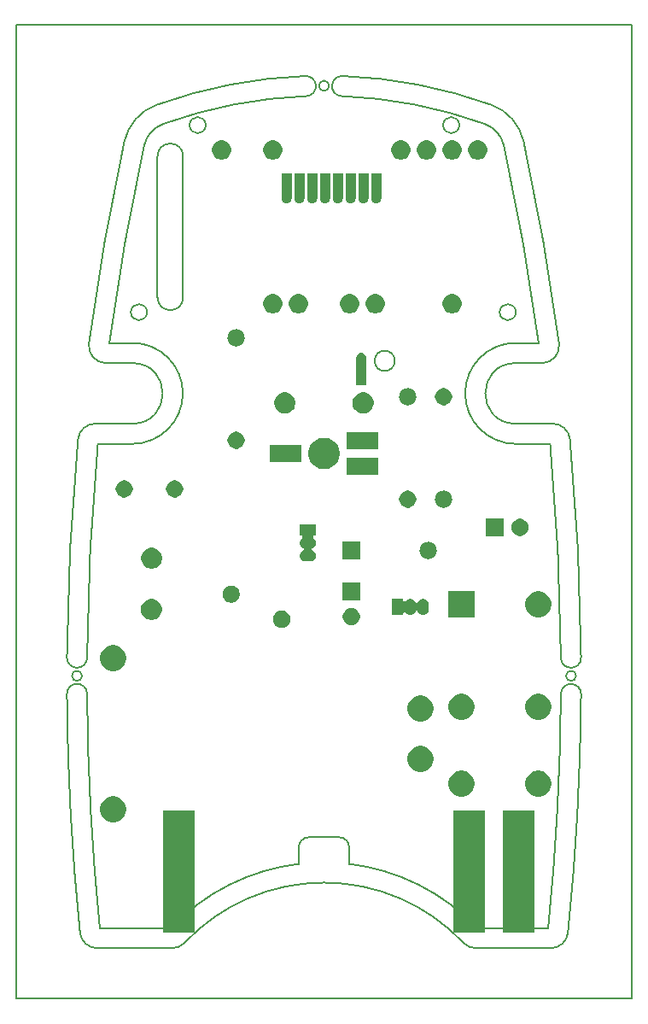
<source format=gbr>
%TF.GenerationSoftware,KiCad,Pcbnew,(5.0.1)-4*%
%TF.CreationDate,2019-03-28T09:30:10+01:00*%
%TF.ProjectId,Funk-Schaltsteckdose,46756E6B2D536368616C74737465636B,rev?*%
%TF.SameCoordinates,Original*%
%TF.FileFunction,Soldermask,Bot*%
%TF.FilePolarity,Negative*%
%FSLAX46Y46*%
G04 Gerber Fmt 4.6, Leading zero omitted, Abs format (unit mm)*
G04 Created by KiCad (PCBNEW (5.0.1)-4) date 28.03.2019 09:30:10*
%MOMM*%
%LPD*%
G01*
G04 APERTURE LIST*
%ADD10C,0.150000*%
%ADD11C,0.200000*%
G04 APERTURE END LIST*
D10*
X113419000Y-73407000D02*
G75*
G03X113419000Y-73407000I-800000J0D01*
G01*
X88273000Y-73407000D02*
G75*
G03X88273000Y-73407000I-800000J0D01*
G01*
X82447000Y-91949000D02*
G75*
G03X82447000Y-91949000I-800000J0D01*
G01*
X119023000Y-91949000D02*
G75*
G03X119023000Y-91949000I-800000J0D01*
G01*
X107015000Y-96775000D02*
G75*
G03X107015000Y-96775000I-1000000J0D01*
G01*
D11*
X82150901Y-75467983D02*
G75*
G02X84065149Y-73283707I2931366J-638041D01*
G01*
X81000000Y-95000000D02*
G75*
G02X81000000Y-105000000I0J-5000000D01*
G01*
X80196658Y-75042623D02*
G75*
G02X83387070Y-71402163I4885609J-1063401D01*
G01*
X115068543Y-155000001D02*
G75*
G02X113820194Y-154461510I0J1716230D01*
G01*
X122685153Y-103000000D02*
G75*
G02X124393757Y-104554632I0J-1716229D01*
G01*
X74506558Y-129807258D02*
G75*
G02X76506506Y-129792742I999974J7258D01*
G01*
X101762500Y-70533059D02*
G75*
G02X115934851Y-73283707I-1762500J-46966941D01*
G01*
X101837500Y-68534465D02*
G75*
G02X116612930Y-71402163I-1837500J-48965535D01*
G01*
X76506506Y-126207258D02*
G75*
G02X77573182Y-105000000I246993494J-1792742D01*
G01*
X78390001Y-97000000D02*
X81000000Y-97000000D01*
X125493442Y-126192742D02*
G75*
G02X123493494Y-126207258I-999974J-7258D01*
G01*
X76506505Y-126207258D02*
G75*
G02X74506559Y-126192742I-999973J7258D01*
G01*
X75606243Y-104554632D02*
G75*
G02X77314847Y-103000000I1708604J-161597D01*
G01*
X83387070Y-71402163D02*
G75*
G02X98162500Y-68534465I16612930J-46097837D01*
G01*
X97500000Y-145000000D02*
G75*
G02X98500000Y-144000000I1000000J0D01*
G01*
X123493494Y-129792742D02*
G75*
G02X122231561Y-153000000I-246993494J1792742D01*
G01*
X75804972Y-153459248D02*
G75*
G02X74506559Y-129807258I247695028J25459248D01*
G01*
X81000000Y-95000000D02*
X78714380Y-95000000D01*
X122426818Y-105000000D02*
G75*
G02X123493494Y-126207258I-245926818J-23000000D01*
G01*
X119803342Y-75042623D02*
G75*
G02X123311142Y-95056710I-243303342J-52957377D01*
G01*
X98162500Y-68534465D02*
G75*
G02X98237500Y-70533059I37500J-999297D01*
G01*
X81000000Y-97000000D02*
G75*
G02X81000000Y-103000000I0J-3000000D01*
G01*
X76688858Y-95056710D02*
G75*
G02X80196658Y-75042623I246811142J-32943290D01*
G01*
X125493442Y-129807258D02*
G75*
G02X124195028Y-153459249I-248993442J1807258D01*
G01*
X101762500Y-70533059D02*
G75*
G02X101837500Y-68534465I37500J999297D01*
G01*
X77512207Y-155000001D02*
G75*
G02X75804972Y-153459249I0J1716230D01*
G01*
X102500000Y-146649341D02*
G75*
G02X115190458Y-153000000I-2500000J-20850659D01*
G01*
X124195027Y-153459249D02*
G75*
G02X122487793Y-155000000I-1707234J175478D01*
G01*
X116612930Y-71402163D02*
G75*
G02X119803342Y-75042623I-1695197J-4703861D01*
G01*
X86179806Y-154461510D02*
G75*
G02X113820194Y-154461510I13820194J-13038490D01*
G01*
X119000000Y-103000000D02*
G75*
G02X119000000Y-97000000I0J3000000D01*
G01*
X124393757Y-104554632D02*
G75*
G02X125493441Y-126192742I-247893757J-23445368D01*
G01*
X123311141Y-95056710D02*
G75*
G02X121609999Y-97000000I-1701142J-227061D01*
G01*
X115934851Y-73283707D02*
G75*
G02X117849098Y-75467983I-1017118J-2822317D01*
G01*
X74506559Y-126192742D02*
G75*
G02X75606243Y-104554632I248993441J-1807258D01*
G01*
X123493495Y-129792742D02*
G75*
G02X125493441Y-129807258I999973J-7258D01*
G01*
X78390001Y-97000001D02*
G75*
G02X76688858Y-95056710I0J1716230D01*
G01*
X81000000Y-103000000D02*
X77314847Y-103000000D01*
X78714380Y-95000000D02*
G75*
G02X82150902Y-75467983I244785620J-33000000D01*
G01*
X101500000Y-144000000D02*
G75*
G02X102500000Y-145000000I0J-1000000D01*
G01*
X84809542Y-153000000D02*
G75*
G02X97500000Y-146649341I15190458J-14500000D01*
G01*
X86179805Y-154461510D02*
G75*
G02X84931457Y-155000000I-1248348J1177739D01*
G01*
X84065149Y-73283707D02*
G75*
G02X98237500Y-70533059I15934851J-44216293D01*
G01*
X119000000Y-105000000D02*
G75*
G02X119000000Y-95000000I0J5000000D01*
G01*
X77573182Y-105000000D02*
X81000000Y-105000000D01*
X117849098Y-75467983D02*
G75*
G02X121285620Y-95000000I-241349098J-52532017D01*
G01*
X77768439Y-153000000D02*
G75*
G02X76506506Y-129792742I245731561J25000000D01*
G01*
X97500000Y-145000000D02*
X97500000Y-146649341D01*
X101500000Y-144000000D02*
X98500000Y-144000000D01*
X102500000Y-146649341D02*
X102500000Y-145000000D01*
X119000000Y-97000000D02*
X121609999Y-97000000D01*
X69500000Y-63500000D02*
X69500000Y-160000000D01*
X69500000Y-160000000D02*
X130500000Y-160000000D01*
X76000000Y-128000000D02*
G75*
G03X76000000Y-128000000I-500000J0D01*
G01*
X77512207Y-155000000D02*
X84931457Y-155000000D01*
X119000000Y-105000000D02*
X122426818Y-105000000D01*
X122231561Y-153000000D02*
X115190458Y-153000000D01*
X115068543Y-155000000D02*
X122487793Y-155000000D01*
X84809542Y-153000000D02*
X77768439Y-153000000D01*
X130500000Y-160000000D02*
X130500000Y-63500000D01*
X121285620Y-95000000D02*
X119000000Y-95000000D01*
X122685153Y-103000000D02*
X119000000Y-103000000D01*
X130500000Y-63500000D02*
X69500000Y-63500000D01*
X125000000Y-128000000D02*
G75*
G03X125000000Y-128000000I-500000J0D01*
G01*
X100500000Y-69500000D02*
G75*
G03X100500000Y-69500000I-500000J0D01*
G01*
D10*
X83490000Y-76505000D02*
G75*
G02X86030000Y-76505000I1270000J0D01*
G01*
X86030000Y-90475000D02*
G75*
G02X83490000Y-90475000I-1270000J0D01*
G01*
X86030000Y-90475000D02*
X86030000Y-76505000D01*
X83490000Y-76505000D02*
X83490000Y-90475000D01*
G36*
X87151000Y-153451000D02*
X84049000Y-153451000D01*
X84049000Y-141349000D01*
X87151000Y-141349000D01*
X87151000Y-153451000D01*
X87151000Y-153451000D01*
G37*
G36*
X115951000Y-153451000D02*
X112849000Y-153451000D01*
X112849000Y-141349000D01*
X115951000Y-141349000D01*
X115951000Y-153451000D01*
X115951000Y-153451000D01*
G37*
G36*
X120851000Y-153451000D02*
X117749000Y-153451000D01*
X117749000Y-141349000D01*
X120851000Y-141349000D01*
X120851000Y-153451000D01*
X120851000Y-153451000D01*
G37*
G36*
X79470485Y-139987996D02*
X79470487Y-139987997D01*
X79470488Y-139987997D01*
X79707255Y-140086069D01*
X79920342Y-140228449D01*
X80101551Y-140409658D01*
X80243931Y-140622745D01*
X80342004Y-140859515D01*
X80392000Y-141110861D01*
X80392000Y-141367139D01*
X80342004Y-141618485D01*
X80243931Y-141855255D01*
X80101551Y-142068342D01*
X79920342Y-142249551D01*
X79920339Y-142249553D01*
X79707255Y-142391931D01*
X79470488Y-142490003D01*
X79470487Y-142490003D01*
X79470485Y-142490004D01*
X79219139Y-142540000D01*
X78962861Y-142540000D01*
X78711515Y-142490004D01*
X78711513Y-142490003D01*
X78711512Y-142490003D01*
X78474745Y-142391931D01*
X78261661Y-142249553D01*
X78261658Y-142249551D01*
X78080449Y-142068342D01*
X77938069Y-141855255D01*
X77839996Y-141618485D01*
X77790000Y-141367139D01*
X77790000Y-141110861D01*
X77839996Y-140859515D01*
X77938069Y-140622745D01*
X78080449Y-140409658D01*
X78261658Y-140228449D01*
X78474745Y-140086069D01*
X78711512Y-139987997D01*
X78711513Y-139987997D01*
X78711515Y-139987996D01*
X78962861Y-139938000D01*
X79219139Y-139938000D01*
X79470485Y-139987996D01*
X79470485Y-139987996D01*
G37*
G36*
X121634485Y-137433996D02*
X121634487Y-137433997D01*
X121634488Y-137433997D01*
X121769701Y-137490004D01*
X121871255Y-137532069D01*
X122084342Y-137674449D01*
X122265551Y-137855658D01*
X122407931Y-138068745D01*
X122506004Y-138305515D01*
X122556000Y-138556861D01*
X122556000Y-138813139D01*
X122506004Y-139064485D01*
X122407931Y-139301255D01*
X122265551Y-139514342D01*
X122084342Y-139695551D01*
X122084339Y-139695553D01*
X121871255Y-139837931D01*
X121634488Y-139936003D01*
X121634487Y-139936003D01*
X121634485Y-139936004D01*
X121383139Y-139986000D01*
X121126861Y-139986000D01*
X120875515Y-139936004D01*
X120875513Y-139936003D01*
X120875512Y-139936003D01*
X120638745Y-139837931D01*
X120425661Y-139695553D01*
X120425658Y-139695551D01*
X120244449Y-139514342D01*
X120102069Y-139301255D01*
X120003996Y-139064485D01*
X119954000Y-138813139D01*
X119954000Y-138556861D01*
X120003996Y-138305515D01*
X120102069Y-138068745D01*
X120244449Y-137855658D01*
X120425658Y-137674449D01*
X120638745Y-137532069D01*
X120740299Y-137490004D01*
X120875512Y-137433997D01*
X120875513Y-137433997D01*
X120875515Y-137433996D01*
X121126861Y-137384000D01*
X121383139Y-137384000D01*
X121634485Y-137433996D01*
X121634485Y-137433996D01*
G37*
G36*
X114014485Y-137433996D02*
X114014487Y-137433997D01*
X114014488Y-137433997D01*
X114149701Y-137490004D01*
X114251255Y-137532069D01*
X114464342Y-137674449D01*
X114645551Y-137855658D01*
X114787931Y-138068745D01*
X114886004Y-138305515D01*
X114936000Y-138556861D01*
X114936000Y-138813139D01*
X114886004Y-139064485D01*
X114787931Y-139301255D01*
X114645551Y-139514342D01*
X114464342Y-139695551D01*
X114464339Y-139695553D01*
X114251255Y-139837931D01*
X114014488Y-139936003D01*
X114014487Y-139936003D01*
X114014485Y-139936004D01*
X113763139Y-139986000D01*
X113506861Y-139986000D01*
X113255515Y-139936004D01*
X113255513Y-139936003D01*
X113255512Y-139936003D01*
X113018745Y-139837931D01*
X112805661Y-139695553D01*
X112805658Y-139695551D01*
X112624449Y-139514342D01*
X112482069Y-139301255D01*
X112383996Y-139064485D01*
X112334000Y-138813139D01*
X112334000Y-138556861D01*
X112383996Y-138305515D01*
X112482069Y-138068745D01*
X112624449Y-137855658D01*
X112805658Y-137674449D01*
X113018745Y-137532069D01*
X113120299Y-137490004D01*
X113255512Y-137433997D01*
X113255513Y-137433997D01*
X113255515Y-137433996D01*
X113506861Y-137384000D01*
X113763139Y-137384000D01*
X114014485Y-137433996D01*
X114014485Y-137433996D01*
G37*
G36*
X109950485Y-134987996D02*
X109950487Y-134987997D01*
X109950488Y-134987997D01*
X110187255Y-135086069D01*
X110400342Y-135228449D01*
X110581551Y-135409658D01*
X110723931Y-135622745D01*
X110822004Y-135859515D01*
X110872000Y-136110861D01*
X110872000Y-136367139D01*
X110822004Y-136618485D01*
X110723931Y-136855255D01*
X110581551Y-137068342D01*
X110400342Y-137249551D01*
X110400339Y-137249553D01*
X110187255Y-137391931D01*
X109950488Y-137490003D01*
X109950487Y-137490003D01*
X109950485Y-137490004D01*
X109699139Y-137540000D01*
X109442861Y-137540000D01*
X109191515Y-137490004D01*
X109191513Y-137490003D01*
X109191512Y-137490003D01*
X108954745Y-137391931D01*
X108741661Y-137249553D01*
X108741658Y-137249551D01*
X108560449Y-137068342D01*
X108418069Y-136855255D01*
X108319996Y-136618485D01*
X108270000Y-136367139D01*
X108270000Y-136110861D01*
X108319996Y-135859515D01*
X108418069Y-135622745D01*
X108560449Y-135409658D01*
X108741658Y-135228449D01*
X108954745Y-135086069D01*
X109191512Y-134987997D01*
X109191513Y-134987997D01*
X109191515Y-134987996D01*
X109442861Y-134938000D01*
X109699139Y-134938000D01*
X109950485Y-134987996D01*
X109950485Y-134987996D01*
G37*
G36*
X109950485Y-129987996D02*
X109950487Y-129987997D01*
X109950488Y-129987997D01*
X110110917Y-130054449D01*
X110187255Y-130086069D01*
X110400342Y-130228449D01*
X110581551Y-130409658D01*
X110723931Y-130622745D01*
X110822004Y-130859515D01*
X110872000Y-131110861D01*
X110872000Y-131367139D01*
X110822004Y-131618485D01*
X110723931Y-131855255D01*
X110581551Y-132068342D01*
X110400342Y-132249551D01*
X110400339Y-132249553D01*
X110187255Y-132391931D01*
X109950488Y-132490003D01*
X109950487Y-132490003D01*
X109950485Y-132490004D01*
X109699139Y-132540000D01*
X109442861Y-132540000D01*
X109191515Y-132490004D01*
X109191513Y-132490003D01*
X109191512Y-132490003D01*
X108954745Y-132391931D01*
X108741661Y-132249553D01*
X108741658Y-132249551D01*
X108560449Y-132068342D01*
X108418069Y-131855255D01*
X108319996Y-131618485D01*
X108270000Y-131367139D01*
X108270000Y-131110861D01*
X108319996Y-130859515D01*
X108418069Y-130622745D01*
X108560449Y-130409658D01*
X108741658Y-130228449D01*
X108954745Y-130086069D01*
X109031083Y-130054449D01*
X109191512Y-129987997D01*
X109191513Y-129987997D01*
X109191515Y-129987996D01*
X109442861Y-129938000D01*
X109699139Y-129938000D01*
X109950485Y-129987996D01*
X109950485Y-129987996D01*
G37*
G36*
X114014485Y-129813996D02*
X114014487Y-129813997D01*
X114014488Y-129813997D01*
X114251255Y-129912069D01*
X114464342Y-130054449D01*
X114645551Y-130235658D01*
X114787931Y-130448745D01*
X114886004Y-130685515D01*
X114936000Y-130936861D01*
X114936000Y-131193139D01*
X114886004Y-131444485D01*
X114787931Y-131681255D01*
X114645551Y-131894342D01*
X114464342Y-132075551D01*
X114464339Y-132075553D01*
X114251255Y-132217931D01*
X114014488Y-132316003D01*
X114014487Y-132316003D01*
X114014485Y-132316004D01*
X113763139Y-132366000D01*
X113506861Y-132366000D01*
X113255515Y-132316004D01*
X113255513Y-132316003D01*
X113255512Y-132316003D01*
X113018745Y-132217931D01*
X112805661Y-132075553D01*
X112805658Y-132075551D01*
X112624449Y-131894342D01*
X112482069Y-131681255D01*
X112383996Y-131444485D01*
X112334000Y-131193139D01*
X112334000Y-130936861D01*
X112383996Y-130685515D01*
X112482069Y-130448745D01*
X112624449Y-130235658D01*
X112805658Y-130054449D01*
X113018745Y-129912069D01*
X113255512Y-129813997D01*
X113255513Y-129813997D01*
X113255515Y-129813996D01*
X113506861Y-129764000D01*
X113763139Y-129764000D01*
X114014485Y-129813996D01*
X114014485Y-129813996D01*
G37*
G36*
X121634485Y-129813996D02*
X121634487Y-129813997D01*
X121634488Y-129813997D01*
X121871255Y-129912069D01*
X122084342Y-130054449D01*
X122265551Y-130235658D01*
X122407931Y-130448745D01*
X122506004Y-130685515D01*
X122556000Y-130936861D01*
X122556000Y-131193139D01*
X122506004Y-131444485D01*
X122407931Y-131681255D01*
X122265551Y-131894342D01*
X122084342Y-132075551D01*
X122084339Y-132075553D01*
X121871255Y-132217931D01*
X121634488Y-132316003D01*
X121634487Y-132316003D01*
X121634485Y-132316004D01*
X121383139Y-132366000D01*
X121126861Y-132366000D01*
X120875515Y-132316004D01*
X120875513Y-132316003D01*
X120875512Y-132316003D01*
X120638745Y-132217931D01*
X120425661Y-132075553D01*
X120425658Y-132075551D01*
X120244449Y-131894342D01*
X120102069Y-131681255D01*
X120003996Y-131444485D01*
X119954000Y-131193139D01*
X119954000Y-130936861D01*
X120003996Y-130685515D01*
X120102069Y-130448745D01*
X120244449Y-130235658D01*
X120425658Y-130054449D01*
X120638745Y-129912069D01*
X120875512Y-129813997D01*
X120875513Y-129813997D01*
X120875515Y-129813996D01*
X121126861Y-129764000D01*
X121383139Y-129764000D01*
X121634485Y-129813996D01*
X121634485Y-129813996D01*
G37*
G36*
X79470485Y-124987996D02*
X79470487Y-124987997D01*
X79470488Y-124987997D01*
X79707255Y-125086069D01*
X79920342Y-125228449D01*
X80101551Y-125409658D01*
X80243931Y-125622745D01*
X80342004Y-125859515D01*
X80392000Y-126110861D01*
X80392000Y-126367139D01*
X80342004Y-126618485D01*
X80243931Y-126855255D01*
X80101551Y-127068342D01*
X79920342Y-127249551D01*
X79920339Y-127249553D01*
X79707255Y-127391931D01*
X79470488Y-127490003D01*
X79470487Y-127490003D01*
X79470485Y-127490004D01*
X79219139Y-127540000D01*
X78962861Y-127540000D01*
X78711515Y-127490004D01*
X78711513Y-127490003D01*
X78711512Y-127490003D01*
X78474745Y-127391931D01*
X78261661Y-127249553D01*
X78261658Y-127249551D01*
X78080449Y-127068342D01*
X77938069Y-126855255D01*
X77839996Y-126618485D01*
X77790000Y-126367139D01*
X77790000Y-126110861D01*
X77839996Y-125859515D01*
X77938069Y-125622745D01*
X78080449Y-125409658D01*
X78261658Y-125228449D01*
X78474745Y-125086069D01*
X78711512Y-124987997D01*
X78711513Y-124987997D01*
X78711515Y-124987996D01*
X78962861Y-124938000D01*
X79219139Y-124938000D01*
X79470485Y-124987996D01*
X79470485Y-124987996D01*
G37*
G36*
X96048228Y-121581703D02*
X96203100Y-121645853D01*
X96342481Y-121738985D01*
X96461015Y-121857519D01*
X96554147Y-121996900D01*
X96618297Y-122151772D01*
X96651000Y-122316184D01*
X96651000Y-122483816D01*
X96618297Y-122648228D01*
X96554147Y-122803100D01*
X96461015Y-122942481D01*
X96342481Y-123061015D01*
X96203100Y-123154147D01*
X96048228Y-123218297D01*
X95883816Y-123251000D01*
X95716184Y-123251000D01*
X95551772Y-123218297D01*
X95396900Y-123154147D01*
X95257519Y-123061015D01*
X95138985Y-122942481D01*
X95045853Y-122803100D01*
X94981703Y-122648228D01*
X94949000Y-122483816D01*
X94949000Y-122316184D01*
X94981703Y-122151772D01*
X95045853Y-121996900D01*
X95138985Y-121857519D01*
X95257519Y-121738985D01*
X95396900Y-121645853D01*
X95551772Y-121581703D01*
X95716184Y-121549000D01*
X95883816Y-121549000D01*
X96048228Y-121581703D01*
X96048228Y-121581703D01*
G37*
G36*
X102961228Y-121316703D02*
X103116100Y-121380853D01*
X103255481Y-121473985D01*
X103374015Y-121592519D01*
X103467147Y-121731900D01*
X103531297Y-121886772D01*
X103564000Y-122051184D01*
X103564000Y-122218816D01*
X103531297Y-122383228D01*
X103467147Y-122538100D01*
X103374015Y-122677481D01*
X103255481Y-122796015D01*
X103116100Y-122889147D01*
X102961228Y-122953297D01*
X102796816Y-122986000D01*
X102629184Y-122986000D01*
X102464772Y-122953297D01*
X102309900Y-122889147D01*
X102170519Y-122796015D01*
X102051985Y-122677481D01*
X101958853Y-122538100D01*
X101894703Y-122383228D01*
X101862000Y-122218816D01*
X101862000Y-122051184D01*
X101894703Y-121886772D01*
X101958853Y-121731900D01*
X102051985Y-121592519D01*
X102170519Y-121473985D01*
X102309900Y-121380853D01*
X102464772Y-121316703D01*
X102629184Y-121284000D01*
X102796816Y-121284000D01*
X102961228Y-121316703D01*
X102961228Y-121316703D01*
G37*
G36*
X83197565Y-120402389D02*
X83388834Y-120481615D01*
X83560976Y-120596637D01*
X83707363Y-120743024D01*
X83822385Y-120915166D01*
X83901611Y-121106435D01*
X83942000Y-121309484D01*
X83942000Y-121516516D01*
X83901611Y-121719565D01*
X83822385Y-121910834D01*
X83707363Y-122082976D01*
X83560976Y-122229363D01*
X83388834Y-122344385D01*
X83197565Y-122423611D01*
X82994516Y-122464000D01*
X82787484Y-122464000D01*
X82584435Y-122423611D01*
X82393166Y-122344385D01*
X82221024Y-122229363D01*
X82074637Y-122082976D01*
X81959615Y-121910834D01*
X81880389Y-121719565D01*
X81840000Y-121516516D01*
X81840000Y-121309484D01*
X81880389Y-121106435D01*
X81959615Y-120915166D01*
X82074637Y-120743024D01*
X82221024Y-120596637D01*
X82393166Y-120481615D01*
X82584435Y-120402389D01*
X82787484Y-120362000D01*
X82994516Y-120362000D01*
X83197565Y-120402389D01*
X83197565Y-120402389D01*
G37*
G36*
X114936000Y-122206000D02*
X112334000Y-122206000D01*
X112334000Y-119604000D01*
X114936000Y-119604000D01*
X114936000Y-122206000D01*
X114936000Y-122206000D01*
G37*
G36*
X121634485Y-119653996D02*
X121634487Y-119653997D01*
X121634488Y-119653997D01*
X121871255Y-119752069D01*
X122084342Y-119894449D01*
X122265551Y-120075658D01*
X122265553Y-120075661D01*
X122407931Y-120288745D01*
X122505682Y-120524736D01*
X122506004Y-120525515D01*
X122546989Y-120731560D01*
X122556000Y-120776863D01*
X122556000Y-121033137D01*
X122506003Y-121284488D01*
X122453063Y-121412297D01*
X122407931Y-121521255D01*
X122265551Y-121734342D01*
X122084342Y-121915551D01*
X122084339Y-121915553D01*
X121871255Y-122057931D01*
X121634488Y-122156003D01*
X121634487Y-122156003D01*
X121634485Y-122156004D01*
X121383139Y-122206000D01*
X121126861Y-122206000D01*
X120875515Y-122156004D01*
X120875513Y-122156003D01*
X120875512Y-122156003D01*
X120638745Y-122057931D01*
X120425661Y-121915553D01*
X120425658Y-121915551D01*
X120244449Y-121734342D01*
X120102069Y-121521255D01*
X120056937Y-121412297D01*
X120003997Y-121284488D01*
X119954000Y-121033137D01*
X119954000Y-120776863D01*
X119963011Y-120731560D01*
X120003996Y-120525515D01*
X120004319Y-120524736D01*
X120102069Y-120288745D01*
X120244447Y-120075661D01*
X120244449Y-120075658D01*
X120425658Y-119894449D01*
X120638745Y-119752069D01*
X120875512Y-119653997D01*
X120875513Y-119653997D01*
X120875515Y-119653996D01*
X121126861Y-119604000D01*
X121383139Y-119604000D01*
X121634485Y-119653996D01*
X121634485Y-119653996D01*
G37*
G36*
X109937915Y-120366334D02*
X110046491Y-120399271D01*
X110146556Y-120452756D01*
X110234264Y-120524736D01*
X110306244Y-120612443D01*
X110359729Y-120712508D01*
X110392666Y-120821084D01*
X110401000Y-120905702D01*
X110401000Y-121412297D01*
X110392666Y-121496916D01*
X110359729Y-121605492D01*
X110306244Y-121705557D01*
X110234264Y-121793264D01*
X110146557Y-121865244D01*
X110046492Y-121918729D01*
X109937916Y-121951666D01*
X109825000Y-121962787D01*
X109712085Y-121951666D01*
X109603509Y-121918729D01*
X109503444Y-121865244D01*
X109415737Y-121793264D01*
X109343757Y-121705557D01*
X109300240Y-121624143D01*
X109286627Y-121603768D01*
X109269299Y-121586441D01*
X109248925Y-121572827D01*
X109226286Y-121563450D01*
X109202253Y-121558669D01*
X109177748Y-121558669D01*
X109153715Y-121563449D01*
X109131076Y-121572827D01*
X109110701Y-121586440D01*
X109093374Y-121603768D01*
X109079760Y-121624143D01*
X109036244Y-121705557D01*
X108964264Y-121793264D01*
X108876557Y-121865244D01*
X108776492Y-121918729D01*
X108667916Y-121951666D01*
X108555000Y-121962787D01*
X108442085Y-121951666D01*
X108333509Y-121918729D01*
X108233444Y-121865244D01*
X108145737Y-121793264D01*
X108082626Y-121716364D01*
X108065299Y-121699036D01*
X108044924Y-121685423D01*
X108022285Y-121676045D01*
X107998252Y-121671265D01*
X107973748Y-121671265D01*
X107949714Y-121676046D01*
X107927075Y-121685423D01*
X107906701Y-121699037D01*
X107889373Y-121716364D01*
X107875760Y-121736739D01*
X107866382Y-121759378D01*
X107861000Y-121795663D01*
X107861000Y-121960000D01*
X106709000Y-121960000D01*
X106709000Y-120358000D01*
X107861000Y-120358000D01*
X107861000Y-120522337D01*
X107863402Y-120546723D01*
X107870515Y-120570172D01*
X107882066Y-120591783D01*
X107897612Y-120610725D01*
X107916554Y-120626271D01*
X107938165Y-120637822D01*
X107961614Y-120644935D01*
X107986000Y-120647337D01*
X108010386Y-120644935D01*
X108033835Y-120637822D01*
X108055446Y-120626271D01*
X108082626Y-120601636D01*
X108145736Y-120524736D01*
X108233443Y-120452756D01*
X108333508Y-120399271D01*
X108442084Y-120366334D01*
X108555000Y-120355213D01*
X108667915Y-120366334D01*
X108776491Y-120399271D01*
X108876556Y-120452756D01*
X108964264Y-120524736D01*
X109036244Y-120612443D01*
X109079767Y-120693869D01*
X109093373Y-120714232D01*
X109110700Y-120731560D01*
X109131075Y-120745174D01*
X109153713Y-120754551D01*
X109177747Y-120759332D01*
X109202251Y-120759332D01*
X109226285Y-120754552D01*
X109248924Y-120745175D01*
X109269298Y-120731561D01*
X109286626Y-120714234D01*
X109300240Y-120693858D01*
X109343756Y-120612444D01*
X109352626Y-120601636D01*
X109415736Y-120524736D01*
X109503443Y-120452756D01*
X109603508Y-120399271D01*
X109712084Y-120366334D01*
X109825000Y-120355213D01*
X109937915Y-120366334D01*
X109937915Y-120366334D01*
G37*
G36*
X91048228Y-119081703D02*
X91203100Y-119145853D01*
X91342481Y-119238985D01*
X91461015Y-119357519D01*
X91554147Y-119496900D01*
X91618297Y-119651772D01*
X91651000Y-119816184D01*
X91651000Y-119983816D01*
X91618297Y-120148228D01*
X91554147Y-120303100D01*
X91461015Y-120442481D01*
X91342481Y-120561015D01*
X91203100Y-120654147D01*
X91048228Y-120718297D01*
X90883816Y-120751000D01*
X90716184Y-120751000D01*
X90551772Y-120718297D01*
X90396900Y-120654147D01*
X90257519Y-120561015D01*
X90138985Y-120442481D01*
X90045853Y-120303100D01*
X89981703Y-120148228D01*
X89949000Y-119983816D01*
X89949000Y-119816184D01*
X89981703Y-119651772D01*
X90045853Y-119496900D01*
X90138985Y-119357519D01*
X90257519Y-119238985D01*
X90396900Y-119145853D01*
X90551772Y-119081703D01*
X90716184Y-119049000D01*
X90883816Y-119049000D01*
X91048228Y-119081703D01*
X91048228Y-119081703D01*
G37*
G36*
X103564000Y-120486000D02*
X101862000Y-120486000D01*
X101862000Y-118784000D01*
X103564000Y-118784000D01*
X103564000Y-120486000D01*
X103564000Y-120486000D01*
G37*
G36*
X83207565Y-115322389D02*
X83398834Y-115401615D01*
X83570976Y-115516637D01*
X83717363Y-115663024D01*
X83832385Y-115835166D01*
X83911611Y-116026435D01*
X83952000Y-116229484D01*
X83952000Y-116436516D01*
X83911611Y-116639565D01*
X83832385Y-116830834D01*
X83717363Y-117002976D01*
X83570976Y-117149363D01*
X83398834Y-117264385D01*
X83207565Y-117343611D01*
X83004516Y-117384000D01*
X82797484Y-117384000D01*
X82594435Y-117343611D01*
X82403166Y-117264385D01*
X82231024Y-117149363D01*
X82084637Y-117002976D01*
X81969615Y-116830834D01*
X81890389Y-116639565D01*
X81850000Y-116436516D01*
X81850000Y-116229484D01*
X81890389Y-116026435D01*
X81969615Y-115835166D01*
X82084637Y-115663024D01*
X82231024Y-115516637D01*
X82403166Y-115401615D01*
X82594435Y-115322389D01*
X82797484Y-115282000D01*
X83004516Y-115282000D01*
X83207565Y-115322389D01*
X83207565Y-115322389D01*
G37*
G36*
X99196000Y-114115000D02*
X99031664Y-114115000D01*
X99007278Y-114117402D01*
X98983829Y-114124515D01*
X98962218Y-114136066D01*
X98943276Y-114151612D01*
X98927730Y-114170554D01*
X98916179Y-114192165D01*
X98909066Y-114215614D01*
X98906664Y-114240000D01*
X98909066Y-114264386D01*
X98916179Y-114287835D01*
X98927730Y-114309446D01*
X98952365Y-114336626D01*
X99029264Y-114399736D01*
X99101244Y-114487443D01*
X99154729Y-114587508D01*
X99187666Y-114696084D01*
X99198787Y-114809000D01*
X99187666Y-114921916D01*
X99154729Y-115030492D01*
X99154726Y-115030497D01*
X99101244Y-115130557D01*
X99029264Y-115218264D01*
X98941557Y-115290244D01*
X98860143Y-115333760D01*
X98839768Y-115347373D01*
X98822441Y-115364701D01*
X98808827Y-115385075D01*
X98799450Y-115407714D01*
X98794669Y-115431747D01*
X98794669Y-115456252D01*
X98799449Y-115480285D01*
X98808827Y-115502924D01*
X98822440Y-115523299D01*
X98839768Y-115540626D01*
X98860143Y-115554240D01*
X98941557Y-115597756D01*
X99029264Y-115669736D01*
X99101244Y-115757443D01*
X99154729Y-115857508D01*
X99187666Y-115966084D01*
X99198787Y-116079000D01*
X99187666Y-116191916D01*
X99154729Y-116300492D01*
X99101244Y-116400557D01*
X99029264Y-116488264D01*
X98941557Y-116560244D01*
X98841492Y-116613729D01*
X98732916Y-116646666D01*
X98648298Y-116655000D01*
X98141702Y-116655000D01*
X98057084Y-116646666D01*
X97948508Y-116613729D01*
X97848443Y-116560244D01*
X97760736Y-116488264D01*
X97688756Y-116400557D01*
X97635271Y-116300492D01*
X97602334Y-116191916D01*
X97591213Y-116079000D01*
X97602334Y-115966084D01*
X97635271Y-115857508D01*
X97688756Y-115757443D01*
X97760736Y-115669736D01*
X97848443Y-115597756D01*
X97929857Y-115554240D01*
X97950232Y-115540627D01*
X97967559Y-115523299D01*
X97981173Y-115502925D01*
X97990550Y-115480286D01*
X97995331Y-115456253D01*
X97995331Y-115431748D01*
X97990551Y-115407715D01*
X97981173Y-115385076D01*
X97967560Y-115364701D01*
X97950232Y-115347374D01*
X97929857Y-115333760D01*
X97848443Y-115290244D01*
X97760736Y-115218264D01*
X97688756Y-115130557D01*
X97635274Y-115030497D01*
X97635271Y-115030492D01*
X97602334Y-114921916D01*
X97591213Y-114809000D01*
X97602334Y-114696084D01*
X97635271Y-114587508D01*
X97688756Y-114487443D01*
X97760736Y-114399736D01*
X97837635Y-114336626D01*
X97854962Y-114319299D01*
X97868576Y-114298924D01*
X97877954Y-114276285D01*
X97882734Y-114252252D01*
X97882734Y-114227748D01*
X97877953Y-114203714D01*
X97868576Y-114181075D01*
X97854962Y-114160701D01*
X97837635Y-114143374D01*
X97817260Y-114129760D01*
X97794621Y-114120382D01*
X97758336Y-114115000D01*
X97594000Y-114115000D01*
X97594000Y-112963000D01*
X99196000Y-112963000D01*
X99196000Y-114115000D01*
X99196000Y-114115000D01*
G37*
G36*
X110499821Y-114732313D02*
X110499824Y-114732314D01*
X110499825Y-114732314D01*
X110660239Y-114780975D01*
X110660241Y-114780976D01*
X110660244Y-114780977D01*
X110808078Y-114859995D01*
X110937659Y-114966341D01*
X111044005Y-115095922D01*
X111123023Y-115243756D01*
X111123024Y-115243759D01*
X111123025Y-115243761D01*
X111163341Y-115376666D01*
X111171687Y-115404179D01*
X111188117Y-115571000D01*
X111171687Y-115737821D01*
X111171686Y-115737824D01*
X111171686Y-115737825D01*
X111135381Y-115857508D01*
X111123023Y-115898244D01*
X111044005Y-116046078D01*
X110937659Y-116175659D01*
X110808078Y-116282005D01*
X110660244Y-116361023D01*
X110660241Y-116361024D01*
X110660239Y-116361025D01*
X110499825Y-116409686D01*
X110499824Y-116409686D01*
X110499821Y-116409687D01*
X110374804Y-116422000D01*
X110291196Y-116422000D01*
X110166179Y-116409687D01*
X110166176Y-116409686D01*
X110166175Y-116409686D01*
X110005761Y-116361025D01*
X110005759Y-116361024D01*
X110005756Y-116361023D01*
X109857922Y-116282005D01*
X109728341Y-116175659D01*
X109621995Y-116046078D01*
X109542977Y-115898244D01*
X109530620Y-115857508D01*
X109494314Y-115737825D01*
X109494314Y-115737824D01*
X109494313Y-115737821D01*
X109477883Y-115571000D01*
X109494313Y-115404179D01*
X109502659Y-115376666D01*
X109542975Y-115243761D01*
X109542976Y-115243759D01*
X109542977Y-115243756D01*
X109621995Y-115095922D01*
X109728341Y-114966341D01*
X109857922Y-114859995D01*
X110005756Y-114780977D01*
X110005759Y-114780976D01*
X110005761Y-114780975D01*
X110166175Y-114732314D01*
X110166176Y-114732314D01*
X110166179Y-114732313D01*
X110291196Y-114720000D01*
X110374804Y-114720000D01*
X110499821Y-114732313D01*
X110499821Y-114732313D01*
G37*
G36*
X103564000Y-116422000D02*
X101862000Y-116422000D01*
X101862000Y-114720000D01*
X103564000Y-114720000D01*
X103564000Y-116422000D01*
X103564000Y-116422000D01*
G37*
G36*
X119685228Y-112466703D02*
X119840100Y-112530853D01*
X119979481Y-112623985D01*
X120098015Y-112742519D01*
X120191147Y-112881900D01*
X120255297Y-113036772D01*
X120288000Y-113201184D01*
X120288000Y-113368816D01*
X120255297Y-113533228D01*
X120191147Y-113688100D01*
X120098015Y-113827481D01*
X119979481Y-113946015D01*
X119840100Y-114039147D01*
X119685228Y-114103297D01*
X119520816Y-114136000D01*
X119353184Y-114136000D01*
X119188772Y-114103297D01*
X119033900Y-114039147D01*
X118894519Y-113946015D01*
X118775985Y-113827481D01*
X118682853Y-113688100D01*
X118618703Y-113533228D01*
X118586000Y-113368816D01*
X118586000Y-113201184D01*
X118618703Y-113036772D01*
X118682853Y-112881900D01*
X118775985Y-112742519D01*
X118894519Y-112623985D01*
X119033900Y-112530853D01*
X119188772Y-112466703D01*
X119353184Y-112434000D01*
X119520816Y-112434000D01*
X119685228Y-112466703D01*
X119685228Y-112466703D01*
G37*
G36*
X117788000Y-114136000D02*
X116086000Y-114136000D01*
X116086000Y-112434000D01*
X117788000Y-112434000D01*
X117788000Y-114136000D01*
X117788000Y-114136000D01*
G37*
G36*
X112023821Y-109652313D02*
X112023824Y-109652314D01*
X112023825Y-109652314D01*
X112184239Y-109700975D01*
X112184241Y-109700976D01*
X112184244Y-109700977D01*
X112332078Y-109779995D01*
X112461659Y-109886341D01*
X112568005Y-110015922D01*
X112647023Y-110163756D01*
X112647024Y-110163759D01*
X112647025Y-110163761D01*
X112686319Y-110293296D01*
X112695687Y-110324179D01*
X112712117Y-110491000D01*
X112695687Y-110657821D01*
X112695686Y-110657824D01*
X112695686Y-110657825D01*
X112670993Y-110739228D01*
X112647023Y-110818244D01*
X112568005Y-110966078D01*
X112461659Y-111095659D01*
X112332078Y-111202005D01*
X112184244Y-111281023D01*
X112184241Y-111281024D01*
X112184239Y-111281025D01*
X112023825Y-111329686D01*
X112023824Y-111329686D01*
X112023821Y-111329687D01*
X111898804Y-111342000D01*
X111815196Y-111342000D01*
X111690179Y-111329687D01*
X111690176Y-111329686D01*
X111690175Y-111329686D01*
X111529761Y-111281025D01*
X111529759Y-111281024D01*
X111529756Y-111281023D01*
X111381922Y-111202005D01*
X111252341Y-111095659D01*
X111145995Y-110966078D01*
X111066977Y-110818244D01*
X111043008Y-110739228D01*
X111018314Y-110657825D01*
X111018314Y-110657824D01*
X111018313Y-110657821D01*
X111001883Y-110491000D01*
X111018313Y-110324179D01*
X111027681Y-110293296D01*
X111066975Y-110163761D01*
X111066976Y-110163759D01*
X111066977Y-110163756D01*
X111145995Y-110015922D01*
X111252341Y-109886341D01*
X111381922Y-109779995D01*
X111529756Y-109700977D01*
X111529759Y-109700976D01*
X111529761Y-109700975D01*
X111690175Y-109652314D01*
X111690176Y-109652314D01*
X111690179Y-109652313D01*
X111815196Y-109640000D01*
X111898804Y-109640000D01*
X112023821Y-109652313D01*
X112023821Y-109652313D01*
G37*
G36*
X108549228Y-109672703D02*
X108704100Y-109736853D01*
X108843481Y-109829985D01*
X108962015Y-109948519D01*
X109055147Y-110087900D01*
X109119297Y-110242772D01*
X109152000Y-110407184D01*
X109152000Y-110574816D01*
X109119297Y-110739228D01*
X109055147Y-110894100D01*
X108962015Y-111033481D01*
X108843481Y-111152015D01*
X108704100Y-111245147D01*
X108549228Y-111309297D01*
X108384816Y-111342000D01*
X108217184Y-111342000D01*
X108052772Y-111309297D01*
X107897900Y-111245147D01*
X107758519Y-111152015D01*
X107639985Y-111033481D01*
X107546853Y-110894100D01*
X107482703Y-110739228D01*
X107450000Y-110574816D01*
X107450000Y-110407184D01*
X107482703Y-110242772D01*
X107546853Y-110087900D01*
X107639985Y-109948519D01*
X107758519Y-109829985D01*
X107897900Y-109736853D01*
X108052772Y-109672703D01*
X108217184Y-109640000D01*
X108384816Y-109640000D01*
X108549228Y-109672703D01*
X108549228Y-109672703D01*
G37*
G36*
X85435228Y-108656703D02*
X85590100Y-108720853D01*
X85729481Y-108813985D01*
X85848015Y-108932519D01*
X85941147Y-109071900D01*
X86005297Y-109226772D01*
X86038000Y-109391184D01*
X86038000Y-109558816D01*
X86005297Y-109723228D01*
X85941147Y-109878100D01*
X85848015Y-110017481D01*
X85729481Y-110136015D01*
X85590100Y-110229147D01*
X85435228Y-110293297D01*
X85270816Y-110326000D01*
X85103184Y-110326000D01*
X84938772Y-110293297D01*
X84783900Y-110229147D01*
X84644519Y-110136015D01*
X84525985Y-110017481D01*
X84432853Y-109878100D01*
X84368703Y-109723228D01*
X84336000Y-109558816D01*
X84336000Y-109391184D01*
X84368703Y-109226772D01*
X84432853Y-109071900D01*
X84525985Y-108932519D01*
X84644519Y-108813985D01*
X84783900Y-108720853D01*
X84938772Y-108656703D01*
X85103184Y-108624000D01*
X85270816Y-108624000D01*
X85435228Y-108656703D01*
X85435228Y-108656703D01*
G37*
G36*
X80435228Y-108656703D02*
X80590100Y-108720853D01*
X80729481Y-108813985D01*
X80848015Y-108932519D01*
X80941147Y-109071900D01*
X81005297Y-109226772D01*
X81038000Y-109391184D01*
X81038000Y-109558816D01*
X81005297Y-109723228D01*
X80941147Y-109878100D01*
X80848015Y-110017481D01*
X80729481Y-110136015D01*
X80590100Y-110229147D01*
X80435228Y-110293297D01*
X80270816Y-110326000D01*
X80103184Y-110326000D01*
X79938772Y-110293297D01*
X79783900Y-110229147D01*
X79644519Y-110136015D01*
X79525985Y-110017481D01*
X79432853Y-109878100D01*
X79368703Y-109723228D01*
X79336000Y-109558816D01*
X79336000Y-109391184D01*
X79368703Y-109226772D01*
X79432853Y-109071900D01*
X79525985Y-108932519D01*
X79644519Y-108813985D01*
X79783900Y-108720853D01*
X79938772Y-108656703D01*
X80103184Y-108624000D01*
X80270816Y-108624000D01*
X80435228Y-108656703D01*
X80435228Y-108656703D01*
G37*
G36*
X105361000Y-108052000D02*
X102259000Y-108052000D01*
X102259000Y-106426000D01*
X105361000Y-106426000D01*
X105361000Y-108052000D01*
X105361000Y-108052000D01*
G37*
G36*
X100352527Y-104457736D02*
X100452410Y-104477604D01*
X100734674Y-104594521D01*
X100988705Y-104764259D01*
X101204741Y-104980295D01*
X101374479Y-105234326D01*
X101491396Y-105516590D01*
X101551000Y-105816240D01*
X101551000Y-106121760D01*
X101491396Y-106421410D01*
X101374479Y-106703674D01*
X101204741Y-106957705D01*
X100988705Y-107173741D01*
X100734674Y-107343479D01*
X100452410Y-107460396D01*
X100352527Y-107480264D01*
X100152762Y-107520000D01*
X99847238Y-107520000D01*
X99647473Y-107480264D01*
X99547590Y-107460396D01*
X99265326Y-107343479D01*
X99011295Y-107173741D01*
X98795259Y-106957705D01*
X98625521Y-106703674D01*
X98508604Y-106421410D01*
X98449000Y-106121760D01*
X98449000Y-105816240D01*
X98508604Y-105516590D01*
X98625521Y-105234326D01*
X98795259Y-104980295D01*
X99011295Y-104764259D01*
X99265326Y-104594521D01*
X99547590Y-104477604D01*
X99647473Y-104457736D01*
X99847238Y-104418000D01*
X100152762Y-104418000D01*
X100352527Y-104457736D01*
X100352527Y-104457736D01*
G37*
G36*
X97741000Y-106782000D02*
X94639000Y-106782000D01*
X94639000Y-105156000D01*
X97741000Y-105156000D01*
X97741000Y-106782000D01*
X97741000Y-106782000D01*
G37*
G36*
X105361000Y-105512000D02*
X102259000Y-105512000D01*
X102259000Y-103886000D01*
X105361000Y-103886000D01*
X105361000Y-105512000D01*
X105361000Y-105512000D01*
G37*
G36*
X91531228Y-103830703D02*
X91686100Y-103894853D01*
X91825481Y-103987985D01*
X91944015Y-104106519D01*
X92037147Y-104245900D01*
X92101297Y-104400772D01*
X92134000Y-104565184D01*
X92134000Y-104732816D01*
X92101297Y-104897228D01*
X92037147Y-105052100D01*
X91944015Y-105191481D01*
X91825481Y-105310015D01*
X91686100Y-105403147D01*
X91531228Y-105467297D01*
X91366816Y-105500000D01*
X91199184Y-105500000D01*
X91034772Y-105467297D01*
X90879900Y-105403147D01*
X90740519Y-105310015D01*
X90621985Y-105191481D01*
X90528853Y-105052100D01*
X90464703Y-104897228D01*
X90432000Y-104732816D01*
X90432000Y-104565184D01*
X90464703Y-104400772D01*
X90528853Y-104245900D01*
X90621985Y-104106519D01*
X90740519Y-103987985D01*
X90879900Y-103894853D01*
X91034772Y-103830703D01*
X91199184Y-103798000D01*
X91366816Y-103798000D01*
X91531228Y-103830703D01*
X91531228Y-103830703D01*
G37*
G36*
X104196045Y-99923170D02*
X104387314Y-100002396D01*
X104559456Y-100117418D01*
X104705843Y-100263805D01*
X104820865Y-100435947D01*
X104900091Y-100627216D01*
X104940480Y-100830265D01*
X104940480Y-101037297D01*
X104900091Y-101240346D01*
X104820865Y-101431615D01*
X104705843Y-101603757D01*
X104559456Y-101750144D01*
X104387314Y-101865166D01*
X104196045Y-101944392D01*
X103992996Y-101984781D01*
X103785964Y-101984781D01*
X103582915Y-101944392D01*
X103391646Y-101865166D01*
X103219504Y-101750144D01*
X103073117Y-101603757D01*
X102958095Y-101431615D01*
X102878869Y-101240346D01*
X102838480Y-101037297D01*
X102838480Y-100830265D01*
X102878869Y-100627216D01*
X102958095Y-100435947D01*
X103073117Y-100263805D01*
X103219504Y-100117418D01*
X103391646Y-100002396D01*
X103582915Y-99923170D01*
X103785964Y-99882781D01*
X103992996Y-99882781D01*
X104196045Y-99923170D01*
X104196045Y-99923170D01*
G37*
G36*
X96417085Y-99923170D02*
X96608354Y-100002396D01*
X96780496Y-100117418D01*
X96926883Y-100263805D01*
X97041905Y-100435947D01*
X97121131Y-100627216D01*
X97161520Y-100830265D01*
X97161520Y-101037297D01*
X97121131Y-101240346D01*
X97041905Y-101431615D01*
X96926883Y-101603757D01*
X96780496Y-101750144D01*
X96608354Y-101865166D01*
X96417085Y-101944392D01*
X96214036Y-101984781D01*
X96007004Y-101984781D01*
X95803955Y-101944392D01*
X95612686Y-101865166D01*
X95440544Y-101750144D01*
X95294157Y-101603757D01*
X95179135Y-101431615D01*
X95099909Y-101240346D01*
X95059520Y-101037297D01*
X95059520Y-100830265D01*
X95099909Y-100627216D01*
X95179135Y-100435947D01*
X95294157Y-100263805D01*
X95440544Y-100117418D01*
X95612686Y-100002396D01*
X95803955Y-99923170D01*
X96007004Y-99882781D01*
X96214036Y-99882781D01*
X96417085Y-99923170D01*
X96417085Y-99923170D01*
G37*
G36*
X108467821Y-99492313D02*
X108467824Y-99492314D01*
X108467825Y-99492314D01*
X108628239Y-99540975D01*
X108628241Y-99540976D01*
X108628244Y-99540977D01*
X108776078Y-99619995D01*
X108905659Y-99726341D01*
X109012005Y-99855922D01*
X109091023Y-100003756D01*
X109091024Y-100003759D01*
X109091025Y-100003761D01*
X109125502Y-100117416D01*
X109139687Y-100164179D01*
X109156117Y-100331000D01*
X109139687Y-100497821D01*
X109139686Y-100497824D01*
X109139686Y-100497825D01*
X109100436Y-100627216D01*
X109091023Y-100658244D01*
X109012005Y-100806078D01*
X108905659Y-100935659D01*
X108776078Y-101042005D01*
X108628244Y-101121023D01*
X108628241Y-101121024D01*
X108628239Y-101121025D01*
X108467825Y-101169686D01*
X108467824Y-101169686D01*
X108467821Y-101169687D01*
X108342804Y-101182000D01*
X108259196Y-101182000D01*
X108134179Y-101169687D01*
X108134176Y-101169686D01*
X108134175Y-101169686D01*
X107973761Y-101121025D01*
X107973759Y-101121024D01*
X107973756Y-101121023D01*
X107825922Y-101042005D01*
X107696341Y-100935659D01*
X107589995Y-100806078D01*
X107510977Y-100658244D01*
X107501565Y-100627216D01*
X107462314Y-100497825D01*
X107462314Y-100497824D01*
X107462313Y-100497821D01*
X107445883Y-100331000D01*
X107462313Y-100164179D01*
X107476498Y-100117416D01*
X107510975Y-100003761D01*
X107510976Y-100003759D01*
X107510977Y-100003756D01*
X107589995Y-99855922D01*
X107696341Y-99726341D01*
X107825922Y-99619995D01*
X107973756Y-99540977D01*
X107973759Y-99540976D01*
X107973761Y-99540975D01*
X108134175Y-99492314D01*
X108134176Y-99492314D01*
X108134179Y-99492313D01*
X108259196Y-99480000D01*
X108342804Y-99480000D01*
X108467821Y-99492313D01*
X108467821Y-99492313D01*
G37*
G36*
X112105228Y-99512703D02*
X112260100Y-99576853D01*
X112399481Y-99669985D01*
X112518015Y-99788519D01*
X112611147Y-99927900D01*
X112675297Y-100082772D01*
X112708000Y-100247184D01*
X112708000Y-100414816D01*
X112675297Y-100579228D01*
X112611147Y-100734100D01*
X112518015Y-100873481D01*
X112399481Y-100992015D01*
X112260100Y-101085147D01*
X112105228Y-101149297D01*
X111940816Y-101182000D01*
X111773184Y-101182000D01*
X111608772Y-101149297D01*
X111453900Y-101085147D01*
X111314519Y-100992015D01*
X111195985Y-100873481D01*
X111102853Y-100734100D01*
X111038703Y-100579228D01*
X111006000Y-100414816D01*
X111006000Y-100247184D01*
X111038703Y-100082772D01*
X111102853Y-99927900D01*
X111195985Y-99788519D01*
X111314519Y-99669985D01*
X111453900Y-99576853D01*
X111608772Y-99512703D01*
X111773184Y-99480000D01*
X111940816Y-99480000D01*
X112105228Y-99512703D01*
X112105228Y-99512703D01*
G37*
G36*
X103793212Y-95969249D02*
X103887651Y-95997897D01*
X103974687Y-96044418D01*
X104050975Y-96107025D01*
X104113582Y-96183313D01*
X104160103Y-96270348D01*
X104188751Y-96364787D01*
X104196000Y-96438388D01*
X104196000Y-99146000D01*
X103194000Y-99146000D01*
X103194000Y-96438389D01*
X103201249Y-96364788D01*
X103229897Y-96270349D01*
X103276418Y-96183313D01*
X103339025Y-96107025D01*
X103415313Y-96044418D01*
X103502348Y-95997897D01*
X103596787Y-95969249D01*
X103695000Y-95959576D01*
X103793212Y-95969249D01*
X103793212Y-95969249D01*
G37*
G36*
X91449821Y-93650313D02*
X91449824Y-93650314D01*
X91449825Y-93650314D01*
X91610239Y-93698975D01*
X91610241Y-93698976D01*
X91610244Y-93698977D01*
X91758078Y-93777995D01*
X91887659Y-93884341D01*
X91994005Y-94013922D01*
X92073023Y-94161756D01*
X92121687Y-94322179D01*
X92138117Y-94489000D01*
X92121687Y-94655821D01*
X92073023Y-94816244D01*
X91994005Y-94964078D01*
X91887659Y-95093659D01*
X91758078Y-95200005D01*
X91610244Y-95279023D01*
X91610241Y-95279024D01*
X91610239Y-95279025D01*
X91449825Y-95327686D01*
X91449824Y-95327686D01*
X91449821Y-95327687D01*
X91324804Y-95340000D01*
X91241196Y-95340000D01*
X91116179Y-95327687D01*
X91116176Y-95327686D01*
X91116175Y-95327686D01*
X90955761Y-95279025D01*
X90955759Y-95279024D01*
X90955756Y-95279023D01*
X90807922Y-95200005D01*
X90678341Y-95093659D01*
X90571995Y-94964078D01*
X90492977Y-94816244D01*
X90444313Y-94655821D01*
X90427883Y-94489000D01*
X90444313Y-94322179D01*
X90492977Y-94161756D01*
X90571995Y-94013922D01*
X90678341Y-93884341D01*
X90807922Y-93777995D01*
X90955756Y-93698977D01*
X90955759Y-93698976D01*
X90955761Y-93698975D01*
X91116175Y-93650314D01*
X91116176Y-93650314D01*
X91116179Y-93650313D01*
X91241196Y-93638000D01*
X91324804Y-93638000D01*
X91449821Y-93650313D01*
X91449821Y-93650313D01*
G37*
G36*
X102817396Y-90195546D02*
X102990466Y-90267234D01*
X103146230Y-90371312D01*
X103278688Y-90503770D01*
X103382766Y-90659534D01*
X103454454Y-90832604D01*
X103491000Y-91016333D01*
X103491000Y-91203667D01*
X103454454Y-91387396D01*
X103382766Y-91560466D01*
X103278688Y-91716230D01*
X103146230Y-91848688D01*
X102990466Y-91952766D01*
X102817396Y-92024454D01*
X102633667Y-92061000D01*
X102446333Y-92061000D01*
X102262604Y-92024454D01*
X102089534Y-91952766D01*
X101933770Y-91848688D01*
X101801312Y-91716230D01*
X101697234Y-91560466D01*
X101625546Y-91387396D01*
X101589000Y-91203667D01*
X101589000Y-91016333D01*
X101625546Y-90832604D01*
X101697234Y-90659534D01*
X101801312Y-90503770D01*
X101933770Y-90371312D01*
X102089534Y-90267234D01*
X102262604Y-90195546D01*
X102446333Y-90159000D01*
X102633667Y-90159000D01*
X102817396Y-90195546D01*
X102817396Y-90195546D01*
G37*
G36*
X105357396Y-90195546D02*
X105530466Y-90267234D01*
X105686230Y-90371312D01*
X105818688Y-90503770D01*
X105922766Y-90659534D01*
X105994454Y-90832604D01*
X106031000Y-91016333D01*
X106031000Y-91203667D01*
X105994454Y-91387396D01*
X105922766Y-91560466D01*
X105818688Y-91716230D01*
X105686230Y-91848688D01*
X105530466Y-91952766D01*
X105357396Y-92024454D01*
X105173667Y-92061000D01*
X104986333Y-92061000D01*
X104802604Y-92024454D01*
X104629534Y-91952766D01*
X104473770Y-91848688D01*
X104341312Y-91716230D01*
X104237234Y-91560466D01*
X104165546Y-91387396D01*
X104129000Y-91203667D01*
X104129000Y-91016333D01*
X104165546Y-90832604D01*
X104237234Y-90659534D01*
X104341312Y-90503770D01*
X104473770Y-90371312D01*
X104629534Y-90267234D01*
X104802604Y-90195546D01*
X104986333Y-90159000D01*
X105173667Y-90159000D01*
X105357396Y-90195546D01*
X105357396Y-90195546D01*
G37*
G36*
X95197396Y-90195546D02*
X95370466Y-90267234D01*
X95526230Y-90371312D01*
X95658688Y-90503770D01*
X95762766Y-90659534D01*
X95834454Y-90832604D01*
X95871000Y-91016333D01*
X95871000Y-91203667D01*
X95834454Y-91387396D01*
X95762766Y-91560466D01*
X95658688Y-91716230D01*
X95526230Y-91848688D01*
X95370466Y-91952766D01*
X95197396Y-92024454D01*
X95013667Y-92061000D01*
X94826333Y-92061000D01*
X94642604Y-92024454D01*
X94469534Y-91952766D01*
X94313770Y-91848688D01*
X94181312Y-91716230D01*
X94077234Y-91560466D01*
X94005546Y-91387396D01*
X93969000Y-91203667D01*
X93969000Y-91016333D01*
X94005546Y-90832604D01*
X94077234Y-90659534D01*
X94181312Y-90503770D01*
X94313770Y-90371312D01*
X94469534Y-90267234D01*
X94642604Y-90195546D01*
X94826333Y-90159000D01*
X95013667Y-90159000D01*
X95197396Y-90195546D01*
X95197396Y-90195546D01*
G37*
G36*
X112977396Y-90195546D02*
X113150466Y-90267234D01*
X113306230Y-90371312D01*
X113438688Y-90503770D01*
X113542766Y-90659534D01*
X113614454Y-90832604D01*
X113651000Y-91016333D01*
X113651000Y-91203667D01*
X113614454Y-91387396D01*
X113542766Y-91560466D01*
X113438688Y-91716230D01*
X113306230Y-91848688D01*
X113150466Y-91952766D01*
X112977396Y-92024454D01*
X112793667Y-92061000D01*
X112606333Y-92061000D01*
X112422604Y-92024454D01*
X112249534Y-91952766D01*
X112093770Y-91848688D01*
X111961312Y-91716230D01*
X111857234Y-91560466D01*
X111785546Y-91387396D01*
X111749000Y-91203667D01*
X111749000Y-91016333D01*
X111785546Y-90832604D01*
X111857234Y-90659534D01*
X111961312Y-90503770D01*
X112093770Y-90371312D01*
X112249534Y-90267234D01*
X112422604Y-90195546D01*
X112606333Y-90159000D01*
X112793667Y-90159000D01*
X112977396Y-90195546D01*
X112977396Y-90195546D01*
G37*
G36*
X97737396Y-90195546D02*
X97910466Y-90267234D01*
X98066230Y-90371312D01*
X98198688Y-90503770D01*
X98302766Y-90659534D01*
X98374454Y-90832604D01*
X98411000Y-91016333D01*
X98411000Y-91203667D01*
X98374454Y-91387396D01*
X98302766Y-91560466D01*
X98198688Y-91716230D01*
X98066230Y-91848688D01*
X97910466Y-91952766D01*
X97737396Y-92024454D01*
X97553667Y-92061000D01*
X97366333Y-92061000D01*
X97182604Y-92024454D01*
X97009534Y-91952766D01*
X96853770Y-91848688D01*
X96721312Y-91716230D01*
X96617234Y-91560466D01*
X96545546Y-91387396D01*
X96509000Y-91203667D01*
X96509000Y-91016333D01*
X96545546Y-90832604D01*
X96617234Y-90659534D01*
X96721312Y-90503770D01*
X96853770Y-90371312D01*
X97009534Y-90267234D01*
X97182604Y-90195546D01*
X97366333Y-90159000D01*
X97553667Y-90159000D01*
X97737396Y-90195546D01*
X97737396Y-90195546D01*
G37*
G36*
X99326000Y-80651612D02*
X99318751Y-80725213D01*
X99290103Y-80819652D01*
X99243582Y-80906687D01*
X99180975Y-80982975D01*
X99104687Y-81045582D01*
X99017652Y-81092103D01*
X98923213Y-81120751D01*
X98825000Y-81130424D01*
X98726788Y-81120751D01*
X98632349Y-81092103D01*
X98545314Y-81045582D01*
X98469026Y-80982975D01*
X98406419Y-80906687D01*
X98384764Y-80866174D01*
X98359898Y-80819653D01*
X98350349Y-80788172D01*
X98331250Y-80725213D01*
X98324001Y-80651612D01*
X98324000Y-80651602D01*
X98324000Y-78194000D01*
X99326000Y-78194000D01*
X99326000Y-80651612D01*
X99326000Y-80651612D01*
G37*
G36*
X96786000Y-80651612D02*
X96778751Y-80725213D01*
X96750103Y-80819652D01*
X96703582Y-80906687D01*
X96640975Y-80982975D01*
X96564687Y-81045582D01*
X96477652Y-81092103D01*
X96383213Y-81120751D01*
X96285000Y-81130424D01*
X96186788Y-81120751D01*
X96092349Y-81092103D01*
X96005314Y-81045582D01*
X95929026Y-80982975D01*
X95866419Y-80906687D01*
X95844764Y-80866174D01*
X95819898Y-80819653D01*
X95810349Y-80788172D01*
X95791250Y-80725213D01*
X95784001Y-80651612D01*
X95784000Y-80651602D01*
X95784000Y-78194000D01*
X96786000Y-78194000D01*
X96786000Y-80651612D01*
X96786000Y-80651612D01*
G37*
G36*
X98056000Y-80651612D02*
X98048751Y-80725213D01*
X98020103Y-80819652D01*
X97973582Y-80906687D01*
X97910975Y-80982975D01*
X97834687Y-81045582D01*
X97747652Y-81092103D01*
X97653213Y-81120751D01*
X97555000Y-81130424D01*
X97456788Y-81120751D01*
X97362349Y-81092103D01*
X97275314Y-81045582D01*
X97199026Y-80982975D01*
X97136419Y-80906687D01*
X97114764Y-80866174D01*
X97089898Y-80819653D01*
X97080349Y-80788172D01*
X97061250Y-80725213D01*
X97054001Y-80651612D01*
X97054000Y-80651602D01*
X97054000Y-78194000D01*
X98056000Y-78194000D01*
X98056000Y-80651612D01*
X98056000Y-80651612D01*
G37*
G36*
X100596000Y-80651612D02*
X100588751Y-80725213D01*
X100560103Y-80819652D01*
X100513582Y-80906687D01*
X100450975Y-80982975D01*
X100374687Y-81045582D01*
X100287652Y-81092103D01*
X100193213Y-81120751D01*
X100095000Y-81130424D01*
X99996788Y-81120751D01*
X99902349Y-81092103D01*
X99815314Y-81045582D01*
X99739026Y-80982975D01*
X99676419Y-80906687D01*
X99654764Y-80866174D01*
X99629898Y-80819653D01*
X99620349Y-80788172D01*
X99601250Y-80725213D01*
X99594001Y-80651612D01*
X99594000Y-80651602D01*
X99594000Y-78194000D01*
X100596000Y-78194000D01*
X100596000Y-80651612D01*
X100596000Y-80651612D01*
G37*
G36*
X101866000Y-80651612D02*
X101858751Y-80725213D01*
X101830103Y-80819652D01*
X101783582Y-80906687D01*
X101720975Y-80982975D01*
X101644687Y-81045582D01*
X101557652Y-81092103D01*
X101463213Y-81120751D01*
X101365000Y-81130424D01*
X101266788Y-81120751D01*
X101172349Y-81092103D01*
X101085314Y-81045582D01*
X101009026Y-80982975D01*
X100946419Y-80906687D01*
X100924764Y-80866174D01*
X100899898Y-80819653D01*
X100890349Y-80788172D01*
X100871250Y-80725213D01*
X100864001Y-80651612D01*
X100864000Y-80651602D01*
X100864000Y-78194000D01*
X101866000Y-78194000D01*
X101866000Y-80651612D01*
X101866000Y-80651612D01*
G37*
G36*
X103136000Y-80651612D02*
X103128751Y-80725213D01*
X103100103Y-80819652D01*
X103053582Y-80906687D01*
X102990975Y-80982975D01*
X102914687Y-81045582D01*
X102827652Y-81092103D01*
X102733213Y-81120751D01*
X102635000Y-81130424D01*
X102536788Y-81120751D01*
X102442349Y-81092103D01*
X102355314Y-81045582D01*
X102279026Y-80982975D01*
X102216419Y-80906687D01*
X102194764Y-80866174D01*
X102169898Y-80819653D01*
X102160349Y-80788172D01*
X102141250Y-80725213D01*
X102134001Y-80651612D01*
X102134000Y-80651602D01*
X102134000Y-78194000D01*
X103136000Y-78194000D01*
X103136000Y-80651612D01*
X103136000Y-80651612D01*
G37*
G36*
X104406000Y-80651612D02*
X104398751Y-80725213D01*
X104370103Y-80819652D01*
X104323582Y-80906687D01*
X104260975Y-80982975D01*
X104184687Y-81045582D01*
X104097652Y-81092103D01*
X104003213Y-81120751D01*
X103905000Y-81130424D01*
X103806788Y-81120751D01*
X103712349Y-81092103D01*
X103625314Y-81045582D01*
X103549026Y-80982975D01*
X103486419Y-80906687D01*
X103464764Y-80866174D01*
X103439898Y-80819653D01*
X103430349Y-80788172D01*
X103411250Y-80725213D01*
X103404001Y-80651612D01*
X103404000Y-80651602D01*
X103404000Y-78194000D01*
X104406000Y-78194000D01*
X104406000Y-80651612D01*
X104406000Y-80651612D01*
G37*
G36*
X105676000Y-80651612D02*
X105668751Y-80725213D01*
X105640103Y-80819652D01*
X105593582Y-80906687D01*
X105530975Y-80982975D01*
X105454687Y-81045582D01*
X105367652Y-81092103D01*
X105273213Y-81120751D01*
X105175000Y-81130424D01*
X105076788Y-81120751D01*
X104982349Y-81092103D01*
X104895314Y-81045582D01*
X104819026Y-80982975D01*
X104756419Y-80906687D01*
X104734764Y-80866174D01*
X104709898Y-80819653D01*
X104700349Y-80788172D01*
X104681250Y-80725213D01*
X104674001Y-80651612D01*
X104674000Y-80651602D01*
X104674000Y-78194000D01*
X105676000Y-78194000D01*
X105676000Y-80651612D01*
X105676000Y-80651612D01*
G37*
G36*
X90117396Y-74955546D02*
X90290466Y-75027234D01*
X90446230Y-75131312D01*
X90578688Y-75263770D01*
X90682766Y-75419534D01*
X90754454Y-75592604D01*
X90791000Y-75776333D01*
X90791000Y-75963667D01*
X90754454Y-76147396D01*
X90682766Y-76320466D01*
X90578688Y-76476230D01*
X90446230Y-76608688D01*
X90290466Y-76712766D01*
X90117396Y-76784454D01*
X89933667Y-76821000D01*
X89746333Y-76821000D01*
X89562604Y-76784454D01*
X89389534Y-76712766D01*
X89233770Y-76608688D01*
X89101312Y-76476230D01*
X88997234Y-76320466D01*
X88925546Y-76147396D01*
X88889000Y-75963667D01*
X88889000Y-75776333D01*
X88925546Y-75592604D01*
X88997234Y-75419534D01*
X89101312Y-75263770D01*
X89233770Y-75131312D01*
X89389534Y-75027234D01*
X89562604Y-74955546D01*
X89746333Y-74919000D01*
X89933667Y-74919000D01*
X90117396Y-74955546D01*
X90117396Y-74955546D01*
G37*
G36*
X115517396Y-74955546D02*
X115690466Y-75027234D01*
X115846230Y-75131312D01*
X115978688Y-75263770D01*
X116082766Y-75419534D01*
X116154454Y-75592604D01*
X116191000Y-75776333D01*
X116191000Y-75963667D01*
X116154454Y-76147396D01*
X116082766Y-76320466D01*
X115978688Y-76476230D01*
X115846230Y-76608688D01*
X115690466Y-76712766D01*
X115517396Y-76784454D01*
X115333667Y-76821000D01*
X115146333Y-76821000D01*
X114962604Y-76784454D01*
X114789534Y-76712766D01*
X114633770Y-76608688D01*
X114501312Y-76476230D01*
X114397234Y-76320466D01*
X114325546Y-76147396D01*
X114289000Y-75963667D01*
X114289000Y-75776333D01*
X114325546Y-75592604D01*
X114397234Y-75419534D01*
X114501312Y-75263770D01*
X114633770Y-75131312D01*
X114789534Y-75027234D01*
X114962604Y-74955546D01*
X115146333Y-74919000D01*
X115333667Y-74919000D01*
X115517396Y-74955546D01*
X115517396Y-74955546D01*
G37*
G36*
X95197396Y-74955546D02*
X95370466Y-75027234D01*
X95526230Y-75131312D01*
X95658688Y-75263770D01*
X95762766Y-75419534D01*
X95834454Y-75592604D01*
X95871000Y-75776333D01*
X95871000Y-75963667D01*
X95834454Y-76147396D01*
X95762766Y-76320466D01*
X95658688Y-76476230D01*
X95526230Y-76608688D01*
X95370466Y-76712766D01*
X95197396Y-76784454D01*
X95013667Y-76821000D01*
X94826333Y-76821000D01*
X94642604Y-76784454D01*
X94469534Y-76712766D01*
X94313770Y-76608688D01*
X94181312Y-76476230D01*
X94077234Y-76320466D01*
X94005546Y-76147396D01*
X93969000Y-75963667D01*
X93969000Y-75776333D01*
X94005546Y-75592604D01*
X94077234Y-75419534D01*
X94181312Y-75263770D01*
X94313770Y-75131312D01*
X94469534Y-75027234D01*
X94642604Y-74955546D01*
X94826333Y-74919000D01*
X95013667Y-74919000D01*
X95197396Y-74955546D01*
X95197396Y-74955546D01*
G37*
G36*
X107897396Y-74955546D02*
X108070466Y-75027234D01*
X108226230Y-75131312D01*
X108358688Y-75263770D01*
X108462766Y-75419534D01*
X108534454Y-75592604D01*
X108571000Y-75776333D01*
X108571000Y-75963667D01*
X108534454Y-76147396D01*
X108462766Y-76320466D01*
X108358688Y-76476230D01*
X108226230Y-76608688D01*
X108070466Y-76712766D01*
X107897396Y-76784454D01*
X107713667Y-76821000D01*
X107526333Y-76821000D01*
X107342604Y-76784454D01*
X107169534Y-76712766D01*
X107013770Y-76608688D01*
X106881312Y-76476230D01*
X106777234Y-76320466D01*
X106705546Y-76147396D01*
X106669000Y-75963667D01*
X106669000Y-75776333D01*
X106705546Y-75592604D01*
X106777234Y-75419534D01*
X106881312Y-75263770D01*
X107013770Y-75131312D01*
X107169534Y-75027234D01*
X107342604Y-74955546D01*
X107526333Y-74919000D01*
X107713667Y-74919000D01*
X107897396Y-74955546D01*
X107897396Y-74955546D01*
G37*
G36*
X110437396Y-74955546D02*
X110610466Y-75027234D01*
X110766230Y-75131312D01*
X110898688Y-75263770D01*
X111002766Y-75419534D01*
X111074454Y-75592604D01*
X111111000Y-75776333D01*
X111111000Y-75963667D01*
X111074454Y-76147396D01*
X111002766Y-76320466D01*
X110898688Y-76476230D01*
X110766230Y-76608688D01*
X110610466Y-76712766D01*
X110437396Y-76784454D01*
X110253667Y-76821000D01*
X110066333Y-76821000D01*
X109882604Y-76784454D01*
X109709534Y-76712766D01*
X109553770Y-76608688D01*
X109421312Y-76476230D01*
X109317234Y-76320466D01*
X109245546Y-76147396D01*
X109209000Y-75963667D01*
X109209000Y-75776333D01*
X109245546Y-75592604D01*
X109317234Y-75419534D01*
X109421312Y-75263770D01*
X109553770Y-75131312D01*
X109709534Y-75027234D01*
X109882604Y-74955546D01*
X110066333Y-74919000D01*
X110253667Y-74919000D01*
X110437396Y-74955546D01*
X110437396Y-74955546D01*
G37*
G36*
X112977396Y-74955546D02*
X113150466Y-75027234D01*
X113306230Y-75131312D01*
X113438688Y-75263770D01*
X113542766Y-75419534D01*
X113614454Y-75592604D01*
X113651000Y-75776333D01*
X113651000Y-75963667D01*
X113614454Y-76147396D01*
X113542766Y-76320466D01*
X113438688Y-76476230D01*
X113306230Y-76608688D01*
X113150466Y-76712766D01*
X112977396Y-76784454D01*
X112793667Y-76821000D01*
X112606333Y-76821000D01*
X112422604Y-76784454D01*
X112249534Y-76712766D01*
X112093770Y-76608688D01*
X111961312Y-76476230D01*
X111857234Y-76320466D01*
X111785546Y-76147396D01*
X111749000Y-75963667D01*
X111749000Y-75776333D01*
X111785546Y-75592604D01*
X111857234Y-75419534D01*
X111961312Y-75263770D01*
X112093770Y-75131312D01*
X112249534Y-75027234D01*
X112422604Y-74955546D01*
X112606333Y-74919000D01*
X112793667Y-74919000D01*
X112977396Y-74955546D01*
X112977396Y-74955546D01*
G37*
M02*

</source>
